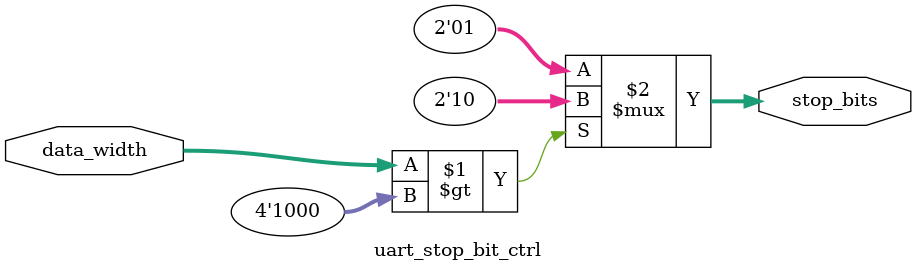
<source format=sv>

module UART_VariableWidth #(
    parameter MAX_WIDTH = 9
)(
    input  wire [3:0]              data_width,      // Configurable: 5-9 bits
    input  wire [7:0]              rx_data,
    output wire [MAX_WIDTH-1:0]    rx_extended,
    input  wire [MAX_WIDTH-1:0]    tx_truncated,
    output wire [1:0]              stop_bits
);

    // Internal signals
    wire [MAX_WIDTH-1:0] width_aligned_data;
    wire                 is_nine_bit_mode;

    // Data Alignment and Mode Detection Submodule
    uart_data_align #(
        .MAX_WIDTH(MAX_WIDTH)
    ) u_data_align (
        .data_width         (data_width),
        .rx_data            (rx_data),
        .aligned_data       (width_aligned_data),
        .nine_bit_mode      (is_nine_bit_mode)
    );

    // Receive Data Extension Submodule
    uart_rx_extender #(
        .MAX_WIDTH(MAX_WIDTH)
    ) u_rx_extender (
        .aligned_data       (width_aligned_data),
        .tx_truncated       (tx_truncated),
        .nine_bit_mode      (is_nine_bit_mode),
        .rx_extended        (rx_extended)
    );

    // Stop Bits Generation Submodule
    uart_stop_bit_ctrl u_stop_bit_ctrl (
        .data_width         (data_width),
        .stop_bits          (stop_bits)
    );

endmodule

// -----------------------------------------------------------------------------
// Data Alignment & Mode Detection Module
// Aligns rx_data to MAX_WIDTH based on data_width and detects 9-bit mode
// -----------------------------------------------------------------------------
module uart_data_align #(
    parameter MAX_WIDTH = 9
)(
    input  wire [3:0]              data_width,
    input  wire [7:0]              rx_data,
    output reg  [MAX_WIDTH-1:0]    aligned_data,
    output reg                     nine_bit_mode
);
    // Function: Aligns rx_data to MAX_WIDTH bits, sets flag for 9-bit mode
    always @(*) begin
        nine_bit_mode = 1'b0;
        case (data_width)
            4'd5: aligned_data = {4'b0, rx_data[4:0]};
            4'd6: aligned_data = {3'b0, rx_data[5:0]};
            4'd7: aligned_data = {2'b0, rx_data[6:0]};
            4'd8: aligned_data = {1'b0, rx_data[7:0]};
            4'd9: begin
                aligned_data = {MAX_WIDTH{1'b0}};
                nine_bit_mode = 1'b1;
            end
            default: aligned_data = {1'b0, rx_data};
        endcase
    end
endmodule

// -----------------------------------------------------------------------------
// Receive Data Extension Module
// Selects between aligned rx_data and tx_truncated for 9-bit mode
// -----------------------------------------------------------------------------
module uart_rx_extender #(
    parameter MAX_WIDTH = 9
)(
    input  wire [MAX_WIDTH-1:0]    aligned_data,
    input  wire [MAX_WIDTH-1:0]    tx_truncated,
    input  wire                    nine_bit_mode,
    output reg  [MAX_WIDTH-1:0]    rx_extended
);
    // Function: For 9-bit data width, pass tx_truncated; else, use aligned_data
    always @(*) begin
        if (nine_bit_mode)
            rx_extended = tx_truncated;
        else
            rx_extended = aligned_data;
    end
endmodule

// -----------------------------------------------------------------------------
// Stop Bits Control Module
// Generates stop bit count based on configured data width
// -----------------------------------------------------------------------------
module uart_stop_bit_ctrl (
    input  wire [3:0]  data_width,
    output wire [1:0]  stop_bits
);
    // Function: Output 2 stop bits if data_width > 8, else 1
    assign stop_bits = (data_width > 4'd8) ? 2'd2 : 2'd1;
endmodule
</source>
